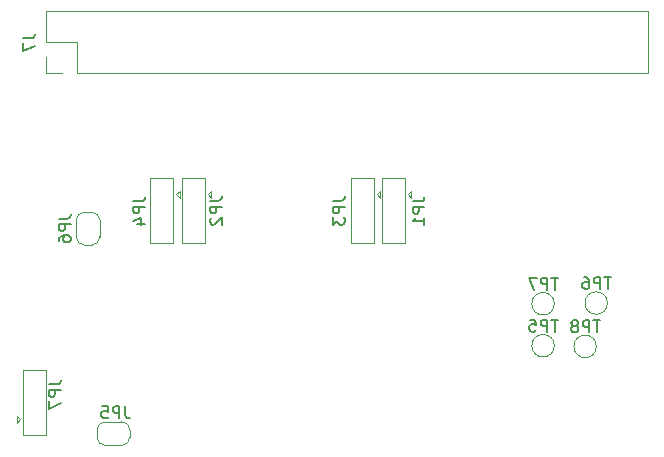
<source format=gbr>
G04 #@! TF.GenerationSoftware,KiCad,Pcbnew,(6.0.0)*
G04 #@! TF.CreationDate,2023-01-15T16:22:46+02:00*
G04 #@! TF.ProjectId,Pi HAT,50692048-4154-42e6-9b69-6361645f7063,0.0*
G04 #@! TF.SameCoordinates,Original*
G04 #@! TF.FileFunction,Legend,Bot*
G04 #@! TF.FilePolarity,Positive*
%FSLAX46Y46*%
G04 Gerber Fmt 4.6, Leading zero omitted, Abs format (unit mm)*
G04 Created by KiCad (PCBNEW (6.0.0)) date 2023-01-15 16:22:46*
%MOMM*%
%LPD*%
G01*
G04 APERTURE LIST*
%ADD10C,0.150000*%
%ADD11C,0.120000*%
G04 APERTURE END LIST*
D10*
X167891904Y-114524380D02*
X167320476Y-114524380D01*
X167606190Y-115524380D02*
X167606190Y-114524380D01*
X166987142Y-115524380D02*
X166987142Y-114524380D01*
X166606190Y-114524380D01*
X166510952Y-114572000D01*
X166463333Y-114619619D01*
X166415714Y-114714857D01*
X166415714Y-114857714D01*
X166463333Y-114952952D01*
X166510952Y-115000571D01*
X166606190Y-115048190D01*
X166987142Y-115048190D01*
X166082380Y-114524380D02*
X165415714Y-114524380D01*
X165844285Y-115524380D01*
X172391904Y-114464380D02*
X171820476Y-114464380D01*
X172106190Y-115464380D02*
X172106190Y-114464380D01*
X171487142Y-115464380D02*
X171487142Y-114464380D01*
X171106190Y-114464380D01*
X171010952Y-114512000D01*
X170963333Y-114559619D01*
X170915714Y-114654857D01*
X170915714Y-114797714D01*
X170963333Y-114892952D01*
X171010952Y-114940571D01*
X171106190Y-114988190D01*
X171487142Y-114988190D01*
X170058571Y-114464380D02*
X170249047Y-114464380D01*
X170344285Y-114512000D01*
X170391904Y-114559619D01*
X170487142Y-114702476D01*
X170534761Y-114892952D01*
X170534761Y-115273904D01*
X170487142Y-115369142D01*
X170439523Y-115416761D01*
X170344285Y-115464380D01*
X170153809Y-115464380D01*
X170058571Y-115416761D01*
X170010952Y-115369142D01*
X169963333Y-115273904D01*
X169963333Y-115035809D01*
X170010952Y-114940571D01*
X170058571Y-114892952D01*
X170153809Y-114845333D01*
X170344285Y-114845333D01*
X170439523Y-114892952D01*
X170487142Y-114940571D01*
X170534761Y-115035809D01*
X148835880Y-108017666D02*
X149550166Y-108017666D01*
X149693023Y-107970047D01*
X149788261Y-107874809D01*
X149835880Y-107731952D01*
X149835880Y-107636714D01*
X149835880Y-108493857D02*
X148835880Y-108493857D01*
X148835880Y-108874809D01*
X148883500Y-108970047D01*
X148931119Y-109017666D01*
X149026357Y-109065285D01*
X149169214Y-109065285D01*
X149264452Y-109017666D01*
X149312071Y-108970047D01*
X149359690Y-108874809D01*
X149359690Y-108493857D01*
X148835880Y-109398619D02*
X148835880Y-110017666D01*
X149216833Y-109684333D01*
X149216833Y-109827190D01*
X149264452Y-109922428D01*
X149312071Y-109970047D01*
X149407309Y-110017666D01*
X149645404Y-110017666D01*
X149740642Y-109970047D01*
X149788261Y-109922428D01*
X149835880Y-109827190D01*
X149835880Y-109541476D01*
X149788261Y-109446238D01*
X149740642Y-109398619D01*
X131243333Y-125412380D02*
X131243333Y-126126666D01*
X131290952Y-126269523D01*
X131386190Y-126364761D01*
X131529047Y-126412380D01*
X131624285Y-126412380D01*
X130767142Y-126412380D02*
X130767142Y-125412380D01*
X130386190Y-125412380D01*
X130290952Y-125460000D01*
X130243333Y-125507619D01*
X130195714Y-125602857D01*
X130195714Y-125745714D01*
X130243333Y-125840952D01*
X130290952Y-125888571D01*
X130386190Y-125936190D01*
X130767142Y-125936190D01*
X129290952Y-125412380D02*
X129767142Y-125412380D01*
X129814761Y-125888571D01*
X129767142Y-125840952D01*
X129671904Y-125793333D01*
X129433809Y-125793333D01*
X129338571Y-125840952D01*
X129290952Y-125888571D01*
X129243333Y-125983809D01*
X129243333Y-126221904D01*
X129290952Y-126317142D01*
X129338571Y-126364761D01*
X129433809Y-126412380D01*
X129671904Y-126412380D01*
X129767142Y-126364761D01*
X129814761Y-126317142D01*
X155582380Y-108036666D02*
X156296666Y-108036666D01*
X156439523Y-107989047D01*
X156534761Y-107893809D01*
X156582380Y-107750952D01*
X156582380Y-107655714D01*
X156582380Y-108512857D02*
X155582380Y-108512857D01*
X155582380Y-108893809D01*
X155630000Y-108989047D01*
X155677619Y-109036666D01*
X155772857Y-109084285D01*
X155915714Y-109084285D01*
X156010952Y-109036666D01*
X156058571Y-108989047D01*
X156106190Y-108893809D01*
X156106190Y-108512857D01*
X156582380Y-110036666D02*
X156582380Y-109465238D01*
X156582380Y-109750952D02*
X155582380Y-109750952D01*
X155725238Y-109655714D01*
X155820476Y-109560476D01*
X155868095Y-109465238D01*
X171451904Y-118134380D02*
X170880476Y-118134380D01*
X171166190Y-119134380D02*
X171166190Y-118134380D01*
X170547142Y-119134380D02*
X170547142Y-118134380D01*
X170166190Y-118134380D01*
X170070952Y-118182000D01*
X170023333Y-118229619D01*
X169975714Y-118324857D01*
X169975714Y-118467714D01*
X170023333Y-118562952D01*
X170070952Y-118610571D01*
X170166190Y-118658190D01*
X170547142Y-118658190D01*
X169404285Y-118562952D02*
X169499523Y-118515333D01*
X169547142Y-118467714D01*
X169594761Y-118372476D01*
X169594761Y-118324857D01*
X169547142Y-118229619D01*
X169499523Y-118182000D01*
X169404285Y-118134380D01*
X169213809Y-118134380D01*
X169118571Y-118182000D01*
X169070952Y-118229619D01*
X169023333Y-118324857D01*
X169023333Y-118372476D01*
X169070952Y-118467714D01*
X169118571Y-118515333D01*
X169213809Y-118562952D01*
X169404285Y-118562952D01*
X169499523Y-118610571D01*
X169547142Y-118658190D01*
X169594761Y-118753428D01*
X169594761Y-118943904D01*
X169547142Y-119039142D01*
X169499523Y-119086761D01*
X169404285Y-119134380D01*
X169213809Y-119134380D01*
X169118571Y-119086761D01*
X169070952Y-119039142D01*
X169023333Y-118943904D01*
X169023333Y-118753428D01*
X169070952Y-118658190D01*
X169118571Y-118610571D01*
X169213809Y-118562952D01*
X122584380Y-94234666D02*
X123298666Y-94234666D01*
X123441523Y-94187047D01*
X123536761Y-94091809D01*
X123584380Y-93948952D01*
X123584380Y-93853714D01*
X122584380Y-94615619D02*
X122584380Y-95282285D01*
X123584380Y-94853714D01*
X124777380Y-123541666D02*
X125491666Y-123541666D01*
X125634523Y-123494047D01*
X125729761Y-123398809D01*
X125777380Y-123255952D01*
X125777380Y-123160714D01*
X125777380Y-124017857D02*
X124777380Y-124017857D01*
X124777380Y-124398809D01*
X124825000Y-124494047D01*
X124872619Y-124541666D01*
X124967857Y-124589285D01*
X125110714Y-124589285D01*
X125205952Y-124541666D01*
X125253571Y-124494047D01*
X125301190Y-124398809D01*
X125301190Y-124017857D01*
X124777380Y-124922619D02*
X124777380Y-125589285D01*
X125777380Y-125160714D01*
X138435458Y-108015543D02*
X139149744Y-108015543D01*
X139292601Y-107967924D01*
X139387839Y-107872686D01*
X139435458Y-107729829D01*
X139435458Y-107634591D01*
X139435458Y-108491734D02*
X138435458Y-108491734D01*
X138435458Y-108872686D01*
X138483078Y-108967924D01*
X138530697Y-109015543D01*
X138625935Y-109063162D01*
X138768792Y-109063162D01*
X138864030Y-109015543D01*
X138911649Y-108967924D01*
X138959268Y-108872686D01*
X138959268Y-108491734D01*
X138530697Y-109444115D02*
X138483078Y-109491734D01*
X138435458Y-109586972D01*
X138435458Y-109825067D01*
X138483078Y-109920305D01*
X138530697Y-109967924D01*
X138625935Y-110015543D01*
X138721173Y-110015543D01*
X138864030Y-109967924D01*
X139435458Y-109396496D01*
X139435458Y-110015543D01*
X167891904Y-118074380D02*
X167320476Y-118074380D01*
X167606190Y-119074380D02*
X167606190Y-118074380D01*
X166987142Y-119074380D02*
X166987142Y-118074380D01*
X166606190Y-118074380D01*
X166510952Y-118122000D01*
X166463333Y-118169619D01*
X166415714Y-118264857D01*
X166415714Y-118407714D01*
X166463333Y-118502952D01*
X166510952Y-118550571D01*
X166606190Y-118598190D01*
X166987142Y-118598190D01*
X165510952Y-118074380D02*
X165987142Y-118074380D01*
X166034761Y-118550571D01*
X165987142Y-118502952D01*
X165891904Y-118455333D01*
X165653809Y-118455333D01*
X165558571Y-118502952D01*
X165510952Y-118550571D01*
X165463333Y-118645809D01*
X165463333Y-118883904D01*
X165510952Y-118979142D01*
X165558571Y-119026761D01*
X165653809Y-119074380D01*
X165891904Y-119074380D01*
X165987142Y-119026761D01*
X166034761Y-118979142D01*
X131932380Y-108026666D02*
X132646666Y-108026666D01*
X132789523Y-107979047D01*
X132884761Y-107883809D01*
X132932380Y-107740952D01*
X132932380Y-107645714D01*
X132932380Y-108502857D02*
X131932380Y-108502857D01*
X131932380Y-108883809D01*
X131980000Y-108979047D01*
X132027619Y-109026666D01*
X132122857Y-109074285D01*
X132265714Y-109074285D01*
X132360952Y-109026666D01*
X132408571Y-108979047D01*
X132456190Y-108883809D01*
X132456190Y-108502857D01*
X132265714Y-109931428D02*
X132932380Y-109931428D01*
X131884761Y-109693333D02*
X132599047Y-109455238D01*
X132599047Y-110074285D01*
X125622380Y-109506666D02*
X126336666Y-109506666D01*
X126479523Y-109459047D01*
X126574761Y-109363809D01*
X126622380Y-109220952D01*
X126622380Y-109125714D01*
X126622380Y-109982857D02*
X125622380Y-109982857D01*
X125622380Y-110363809D01*
X125670000Y-110459047D01*
X125717619Y-110506666D01*
X125812857Y-110554285D01*
X125955714Y-110554285D01*
X126050952Y-110506666D01*
X126098571Y-110459047D01*
X126146190Y-110363809D01*
X126146190Y-109982857D01*
X125622380Y-111411428D02*
X125622380Y-111220952D01*
X125670000Y-111125714D01*
X125717619Y-111078095D01*
X125860476Y-110982857D01*
X126050952Y-110935238D01*
X126431904Y-110935238D01*
X126527142Y-110982857D01*
X126574761Y-111030476D01*
X126622380Y-111125714D01*
X126622380Y-111316190D01*
X126574761Y-111411428D01*
X126527142Y-111459047D01*
X126431904Y-111506666D01*
X126193809Y-111506666D01*
X126098571Y-111459047D01*
X126050952Y-111411428D01*
X126003333Y-111316190D01*
X126003333Y-111125714D01*
X126050952Y-111030476D01*
X126098571Y-110982857D01*
X126193809Y-110935238D01*
D11*
X167580000Y-116720000D02*
G75*
G03*
X167580000Y-116720000I-950000J0D01*
G01*
X172080000Y-116660000D02*
G75*
G03*
X172080000Y-116660000I-950000J0D01*
G01*
X150327500Y-111600000D02*
X152277500Y-111600000D01*
X152827500Y-107750000D02*
X152527500Y-107450000D01*
X152277500Y-111600000D02*
X152277500Y-106100000D01*
X152277500Y-106100000D02*
X150327500Y-106100000D01*
X152527500Y-107450000D02*
X152827500Y-107150000D01*
X150327500Y-106100000D02*
X150327500Y-111600000D01*
X152827500Y-107150000D02*
X152827500Y-107750000D01*
X128851200Y-127411200D02*
X128851200Y-128011200D01*
X130951200Y-126711200D02*
X129551200Y-126711200D01*
X129551200Y-128711200D02*
X130951200Y-128711200D01*
X131651200Y-128011200D02*
X131651200Y-127411200D01*
X131651200Y-127411200D02*
G75*
G03*
X130951200Y-126711200I-699999J1D01*
G01*
X130951200Y-128711200D02*
G75*
G03*
X131651200Y-128011200I1J699999D01*
G01*
X128851200Y-128011200D02*
G75*
G03*
X129551200Y-128711200I699999J-1D01*
G01*
X129551200Y-126711200D02*
G75*
G03*
X128851200Y-127411200I-1J-699999D01*
G01*
X154934000Y-111589000D02*
X154934000Y-106089000D01*
X155484000Y-107139000D02*
X155484000Y-107739000D01*
X152984000Y-106089000D02*
X152984000Y-111589000D01*
X155484000Y-107739000D02*
X155184000Y-107439000D01*
X155184000Y-107439000D02*
X155484000Y-107139000D01*
X154934000Y-106089000D02*
X152984000Y-106089000D01*
X152984000Y-111589000D02*
X154934000Y-111589000D01*
X171140000Y-120330000D02*
G75*
G03*
X171140000Y-120330000I-950000J0D01*
G01*
X124572000Y-94568000D02*
X127172000Y-94568000D01*
X175492000Y-91968000D02*
X175492000Y-97168000D01*
X124572000Y-91968000D02*
X124572000Y-94568000D01*
X124572000Y-91968000D02*
X175492000Y-91968000D01*
X127172000Y-97168000D02*
X175492000Y-97168000D01*
X127172000Y-94568000D02*
X127172000Y-97168000D01*
X124572000Y-97168000D02*
X125902000Y-97168000D01*
X124572000Y-95838000D02*
X124572000Y-97168000D01*
X122050000Y-126200000D02*
X122350000Y-126500000D01*
X122350000Y-126500000D02*
X122050000Y-126800000D01*
X122600000Y-127850000D02*
X124550000Y-127850000D01*
X122600000Y-122350000D02*
X122600000Y-127850000D01*
X122050000Y-126800000D02*
X122050000Y-126200000D01*
X124550000Y-127850000D02*
X124550000Y-122350000D01*
X124550000Y-122350000D02*
X122600000Y-122350000D01*
X138000000Y-111580000D02*
X138000000Y-106080000D01*
X138000000Y-106080000D02*
X136050000Y-106080000D01*
X136050000Y-106080000D02*
X136050000Y-111580000D01*
X138550000Y-107730000D02*
X138250000Y-107430000D01*
X136050000Y-111580000D02*
X138000000Y-111580000D01*
X138550000Y-107130000D02*
X138550000Y-107730000D01*
X138250000Y-107430000D02*
X138550000Y-107130000D01*
X167580000Y-120270000D02*
G75*
G03*
X167580000Y-120270000I-950000J0D01*
G01*
X135566000Y-107439000D02*
X135866000Y-107139000D01*
X135316000Y-106089000D02*
X133366000Y-106089000D01*
X135866000Y-107139000D02*
X135866000Y-107739000D01*
X135316000Y-111589000D02*
X135316000Y-106089000D01*
X133366000Y-111589000D02*
X135316000Y-111589000D01*
X135866000Y-107739000D02*
X135566000Y-107439000D01*
X133366000Y-106089000D02*
X133366000Y-111589000D01*
X127800000Y-111750000D02*
X128400000Y-111750000D01*
X128400000Y-108950000D02*
X127800000Y-108950000D01*
X127100000Y-109650000D02*
X127100000Y-111050000D01*
X129100000Y-111050000D02*
X129100000Y-109650000D01*
X129100000Y-109650000D02*
G75*
G03*
X128400000Y-108950000I-699999J1D01*
G01*
X127800000Y-108950000D02*
G75*
G03*
X127100000Y-109650000I-1J-699999D01*
G01*
X128400000Y-111750000D02*
G75*
G03*
X129100000Y-111050000I1J699999D01*
G01*
X127100000Y-111050000D02*
G75*
G03*
X127800000Y-111750000I699999J-1D01*
G01*
M02*

</source>
